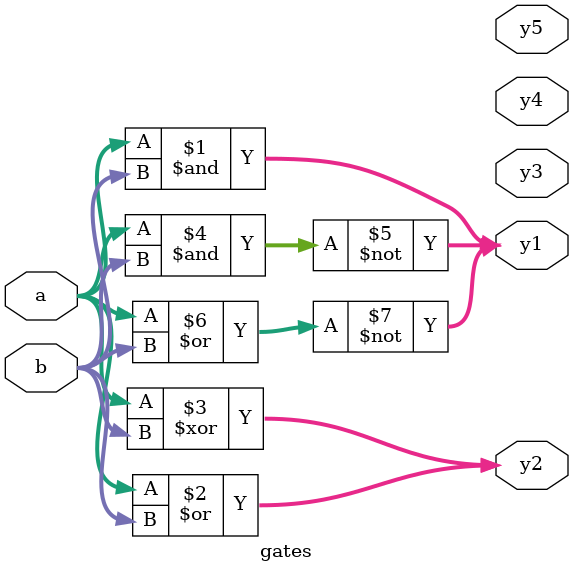
<source format=v>
`timescale 1ns / 1ps
module gates(input [3:0] a, b, output [3:0] y1, y2, y3, y4, y5
    );
	 
	 /* five diffirent 2 input logic gates using 4bit buses */
	 assign y1 = a & b ;
	 assign y2 = a | b ; // or
	 assign y2 = a ^ b ; // xor
	 assign y1 = ~(a & b); // nand
	 assign y1 = ~(a | b) ; // nor



endmodule

</source>
